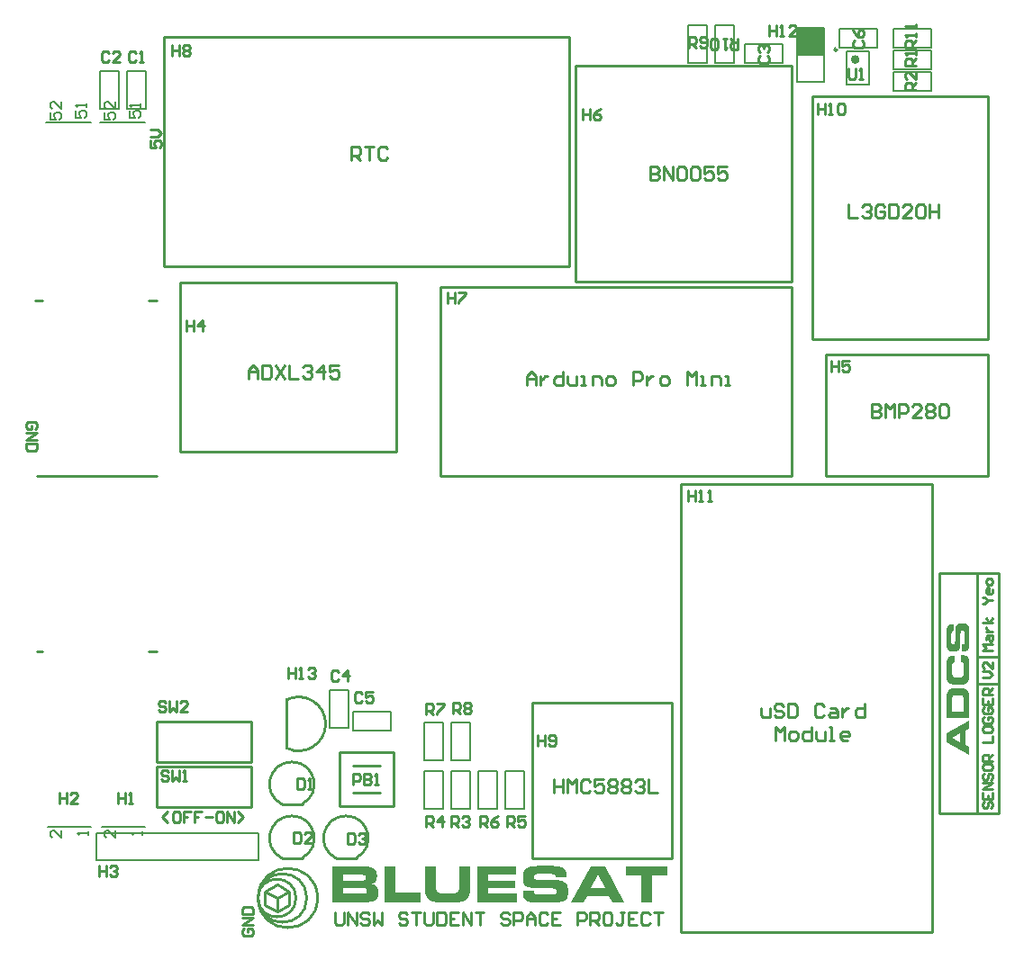
<source format=gto>
G04 Layer_Color=65535*
%FSLAX25Y25*%
%MOIN*%
G70*
G01*
G75*
%ADD15C,0.01000*%
%ADD27C,0.00984*%
%ADD28C,0.01575*%
%ADD29C,0.00800*%
%ADD30C,0.00500*%
%ADD31C,0.00787*%
%ADD32R,0.10000X0.09962*%
G36*
X-186881Y32153D02*
X-197284D01*
Y30029D01*
X-187428D01*
Y27295D01*
X-197284D01*
Y25171D01*
X-186647D01*
Y22000D01*
X-201345D01*
Y35214D01*
X-186881D01*
Y32153D01*
D02*
G37*
G36*
X-172808Y35355D02*
X-172526Y35339D01*
X-172261Y35324D01*
X-172011Y35308D01*
X-171792Y35277D01*
X-171574Y35246D01*
X-171386Y35230D01*
X-171230Y35199D01*
X-171074Y35168D01*
X-170949Y35136D01*
X-170855Y35121D01*
X-170777Y35105D01*
X-170714Y35090D01*
X-170683Y35074D01*
X-170668D01*
X-170308Y34965D01*
X-169996Y34824D01*
X-169730Y34699D01*
X-169527Y34574D01*
X-169355Y34449D01*
X-169231Y34355D01*
X-169168Y34293D01*
X-169137Y34277D01*
X-168949Y34074D01*
X-168809Y33871D01*
X-168684Y33668D01*
X-168606Y33465D01*
X-168543Y33293D01*
X-168496Y33168D01*
X-168465Y33075D01*
Y33059D01*
Y33043D01*
X-168418Y32778D01*
X-168371Y32497D01*
X-168340Y32231D01*
X-168325Y31997D01*
X-168309Y31778D01*
Y31606D01*
Y31544D01*
Y31513D01*
Y31481D01*
Y31466D01*
Y31044D01*
X-172370D01*
Y31294D01*
X-172386Y31388D01*
Y31481D01*
X-172401Y31559D01*
Y31606D01*
X-172417Y31637D01*
Y31653D01*
X-172479Y31825D01*
X-172558Y31966D01*
X-172636Y32044D01*
X-172651Y32075D01*
X-172667D01*
X-172745Y32137D01*
X-172839Y32184D01*
X-173026Y32262D01*
X-173120Y32294D01*
X-173198Y32309D01*
X-173245Y32325D01*
X-173260D01*
X-173417Y32356D01*
X-173589Y32387D01*
X-173776Y32403D01*
X-173948D01*
X-174104Y32419D01*
X-178837D01*
X-179087Y32403D01*
X-179306Y32387D01*
X-179508Y32340D01*
X-179665Y32294D01*
X-179790Y32247D01*
X-179883Y32215D01*
X-179946Y32184D01*
X-179962Y32169D01*
X-180102Y32059D01*
X-180196Y31934D01*
X-180274Y31809D01*
X-180321Y31684D01*
X-180352Y31575D01*
X-180368Y31481D01*
Y31419D01*
Y31388D01*
Y31231D01*
X-180352Y31091D01*
X-180321Y30981D01*
X-180289Y30888D01*
X-180274Y30810D01*
X-180243Y30747D01*
X-180227Y30716D01*
Y30700D01*
X-180165Y30622D01*
X-180071Y30544D01*
X-179852Y30435D01*
X-179759Y30404D01*
X-179665Y30372D01*
X-179602Y30357D01*
X-179587D01*
X-179368Y30325D01*
X-179134Y30294D01*
X-178899Y30263D01*
X-178665Y30247D01*
X-178446D01*
X-178275Y30232D01*
X-177728D01*
X-177306Y30216D01*
X-174698D01*
X-174307Y30200D01*
X-173948D01*
X-173604Y30185D01*
X-173276D01*
X-172979Y30169D01*
X-172714Y30154D01*
X-172479Y30138D01*
X-172276D01*
X-172089Y30122D01*
X-171933Y30107D01*
X-171824D01*
X-171730Y30091D01*
X-171667D01*
X-171386Y30060D01*
X-171136Y30044D01*
X-170886Y29997D01*
X-170652Y29966D01*
X-170449Y29919D01*
X-170246Y29873D01*
X-170074Y29826D01*
X-169918Y29779D01*
X-169762Y29732D01*
X-169637Y29685D01*
X-169543Y29654D01*
X-169449Y29623D01*
X-169387Y29591D01*
X-169340Y29560D01*
X-169309Y29544D01*
X-169293D01*
X-168996Y29357D01*
X-168746Y29154D01*
X-168543Y28951D01*
X-168371Y28748D01*
X-168262Y28560D01*
X-168168Y28404D01*
X-168137Y28342D01*
X-168122Y28295D01*
X-168106Y28279D01*
Y28264D01*
X-167997Y27936D01*
X-167903Y27561D01*
X-167840Y27186D01*
X-167809Y26827D01*
X-167794Y26655D01*
X-167778Y26499D01*
Y26358D01*
X-167762Y26233D01*
Y26139D01*
Y26061D01*
Y26014D01*
Y25999D01*
X-167778Y25515D01*
X-167809Y25093D01*
X-167856Y24734D01*
X-167872Y24562D01*
X-167903Y24421D01*
X-167934Y24281D01*
X-167950Y24171D01*
X-167981Y24078D01*
X-167997Y23999D01*
X-168012Y23921D01*
X-168028Y23874D01*
X-168043Y23859D01*
Y23843D01*
X-168168Y23562D01*
X-168325Y23297D01*
X-168481Y23093D01*
X-168653Y22906D01*
X-168809Y22765D01*
X-168934Y22656D01*
X-169027Y22594D01*
X-169043Y22578D01*
X-169059D01*
X-169355Y22422D01*
X-169668Y22297D01*
X-170012Y22203D01*
X-170324Y22125D01*
X-170621Y22062D01*
X-170746Y22047D01*
X-170839Y22031D01*
X-170933Y22016D01*
X-170996Y22000D01*
X-171058D01*
X-171308Y21969D01*
X-171574Y21953D01*
X-172120Y21922D01*
X-172667Y21891D01*
X-173198Y21875D01*
X-173667D01*
X-173854Y21859D01*
X-179774D01*
X-180227Y21875D01*
X-180633Y21906D01*
X-180821Y21922D01*
X-180977Y21937D01*
X-181133D01*
X-181258Y21953D01*
X-181383Y21969D01*
X-181477Y21984D01*
X-181555D01*
X-181602Y22000D01*
X-181649D01*
X-181992Y22062D01*
X-182320Y22156D01*
X-182586Y22250D01*
X-182820Y22328D01*
X-183007Y22422D01*
X-183148Y22484D01*
X-183226Y22531D01*
X-183257Y22547D01*
X-183476Y22718D01*
X-183648Y22890D01*
X-183804Y23078D01*
X-183945Y23250D01*
X-184038Y23406D01*
X-184101Y23531D01*
X-184148Y23609D01*
X-184163Y23640D01*
X-184257Y23921D01*
X-184319Y24202D01*
X-184382Y24499D01*
X-184413Y24780D01*
X-184429Y25030D01*
Y25140D01*
X-184444Y25233D01*
Y25296D01*
Y25358D01*
Y25390D01*
Y25405D01*
Y26327D01*
X-180383D01*
Y26139D01*
X-180368Y25967D01*
X-180352Y25827D01*
X-180321Y25702D01*
X-180305Y25608D01*
X-180289Y25546D01*
X-180274Y25499D01*
Y25483D01*
X-180180Y25280D01*
X-180071Y25140D01*
X-179977Y25062D01*
X-179962Y25030D01*
X-179946D01*
X-179774Y24937D01*
X-179587Y24874D01*
X-179508Y24859D01*
X-179446D01*
X-179415Y24843D01*
X-179399D01*
X-179134Y24827D01*
X-178899Y24812D01*
X-173432D01*
X-173229Y24827D01*
X-173042D01*
X-172823Y24859D01*
X-172636Y24905D01*
X-172573Y24937D01*
X-172526Y24952D01*
X-172495Y24968D01*
X-172479D01*
X-172308Y25077D01*
X-172183Y25186D01*
X-172120Y25280D01*
X-172089Y25296D01*
Y25311D01*
X-172042Y25405D01*
X-171995Y25499D01*
X-171949Y25702D01*
X-171933Y25780D01*
Y25858D01*
Y25905D01*
Y25921D01*
Y26077D01*
X-171964Y26217D01*
X-171980Y26327D01*
X-172011Y26421D01*
X-172042Y26499D01*
X-172058Y26545D01*
X-172089Y26577D01*
Y26592D01*
X-172167Y26686D01*
X-172276Y26764D01*
X-172386Y26827D01*
X-172511Y26873D01*
X-172636Y26920D01*
X-172730Y26952D01*
X-172792Y26967D01*
X-172823D01*
X-173057Y27014D01*
X-173339Y27045D01*
X-173620Y27077D01*
X-173901Y27092D01*
X-174151Y27108D01*
X-174260D01*
X-174354Y27123D01*
X-174760D01*
X-174994Y27139D01*
X-175510D01*
X-176025Y27155D01*
X-178446D01*
X-178821Y27170D01*
X-179181Y27186D01*
X-179493D01*
X-179805Y27202D01*
X-180071Y27217D01*
X-180321Y27233D01*
X-180540Y27248D01*
X-180743Y27264D01*
X-180899Y27280D01*
X-181039D01*
X-181149Y27295D01*
X-181227Y27311D01*
X-181289D01*
X-181758Y27389D01*
X-182180Y27483D01*
X-182523Y27576D01*
X-182679Y27623D01*
X-182820Y27686D01*
X-182929Y27733D01*
X-183039Y27779D01*
X-183132Y27811D01*
X-183211Y27842D01*
X-183257Y27873D01*
X-183304Y27904D01*
X-183320Y27920D01*
X-183335D01*
X-183570Y28092D01*
X-183773Y28295D01*
X-183929Y28498D01*
X-184054Y28685D01*
X-184132Y28857D01*
X-184195Y28998D01*
X-184226Y29092D01*
X-184241Y29107D01*
Y29123D01*
X-184304Y29435D01*
X-184351Y29763D01*
X-184382Y30107D01*
X-184398Y30419D01*
X-184413Y30700D01*
X-184429Y30810D01*
Y30919D01*
Y31013D01*
Y31075D01*
Y31106D01*
Y31122D01*
Y31450D01*
X-184413Y31762D01*
X-184398Y32044D01*
X-184366Y32294D01*
X-184351Y32497D01*
X-184335Y32653D01*
Y32715D01*
X-184319Y32762D01*
Y32778D01*
Y32793D01*
X-184257Y33075D01*
X-184179Y33340D01*
X-184070Y33559D01*
X-183960Y33762D01*
X-183867Y33918D01*
X-183773Y34043D01*
X-183710Y34106D01*
X-183695Y34137D01*
X-183476Y34340D01*
X-183226Y34512D01*
X-182961Y34668D01*
X-182711Y34793D01*
X-182476Y34887D01*
X-182367Y34933D01*
X-182273Y34965D01*
X-182211Y34996D01*
X-182148Y35012D01*
X-182117Y35027D01*
X-182102D01*
X-181883Y35090D01*
X-181664Y35136D01*
X-181180Y35230D01*
X-180680Y35293D01*
X-180196Y35324D01*
X-179977Y35339D01*
X-179774Y35355D01*
X-179587D01*
X-179415Y35371D01*
X-173120D01*
X-172808Y35355D01*
D02*
G37*
G36*
X-146863Y22000D02*
X-151377D01*
X-152642Y24343D01*
X-160858D01*
X-162045Y22000D01*
X-166575D01*
X-159421Y35214D01*
X-154142D01*
X-146863Y22000D01*
D02*
G37*
G36*
X-130962Y31934D02*
X-136647D01*
Y22000D01*
X-140708D01*
Y31934D01*
X-146410D01*
Y35214D01*
X-130962D01*
Y31934D01*
D02*
G37*
G36*
X-204063Y26702D02*
X-204079Y26249D01*
X-204126Y25827D01*
X-204188Y25436D01*
X-204266Y25077D01*
X-204360Y24749D01*
X-204485Y24452D01*
X-204594Y24171D01*
X-204719Y23937D01*
X-204844Y23718D01*
X-204954Y23531D01*
X-205063Y23390D01*
X-205172Y23250D01*
X-205250Y23156D01*
X-205313Y23093D01*
X-205360Y23046D01*
X-205375Y23031D01*
X-205641Y22828D01*
X-205922Y22640D01*
X-206250Y22484D01*
X-206578Y22359D01*
X-206906Y22234D01*
X-207250Y22141D01*
X-207593Y22062D01*
X-207921Y22000D01*
X-208249Y21953D01*
X-208546Y21922D01*
X-208812Y21891D01*
X-209046Y21875D01*
X-209233D01*
X-209374Y21859D01*
X-215310D01*
X-215825Y21875D01*
X-216294Y21906D01*
X-216731Y21969D01*
X-217137Y22047D01*
X-217512Y22125D01*
X-217856Y22234D01*
X-218152Y22344D01*
X-218418Y22453D01*
X-218668Y22562D01*
X-218871Y22656D01*
X-219043Y22765D01*
X-219183Y22843D01*
X-219293Y22922D01*
X-219371Y22984D01*
X-219418Y23015D01*
X-219433Y23031D01*
X-219668Y23265D01*
X-219855Y23531D01*
X-220027Y23812D01*
X-220183Y24109D01*
X-220308Y24406D01*
X-220417Y24718D01*
X-220495Y25015D01*
X-220573Y25311D01*
X-220620Y25593D01*
X-220667Y25858D01*
X-220683Y26092D01*
X-220714Y26296D01*
Y26467D01*
X-220730Y26592D01*
Y26670D01*
Y26702D01*
Y35214D01*
X-216669D01*
Y27576D01*
Y27342D01*
X-216653Y27139D01*
X-216622Y26936D01*
X-216590Y26764D01*
X-216559Y26592D01*
X-216512Y26452D01*
X-216419Y26202D01*
X-216325Y26014D01*
X-216247Y25889D01*
X-216184Y25811D01*
X-216169Y25780D01*
X-216059Y25686D01*
X-215950Y25608D01*
X-215685Y25468D01*
X-215388Y25374D01*
X-215107Y25311D01*
X-214841Y25280D01*
X-214716Y25265D01*
X-214622D01*
X-214529Y25249D01*
X-210171D01*
X-209952Y25265D01*
X-209765Y25296D01*
X-209593Y25327D01*
X-209436Y25374D01*
X-209296Y25421D01*
X-209046Y25515D01*
X-208874Y25608D01*
X-208734Y25702D01*
X-208671Y25764D01*
X-208640Y25780D01*
X-208546Y25889D01*
X-208468Y26014D01*
X-208343Y26280D01*
X-208249Y26577D01*
X-208187Y26873D01*
X-208156Y27155D01*
X-208140Y27264D01*
X-208124Y27373D01*
Y27451D01*
Y27514D01*
Y27561D01*
Y27576D01*
Y35214D01*
X-204063D01*
Y26702D01*
D02*
G37*
G36*
X-19333Y86235D02*
X-20809Y85438D01*
Y80262D01*
X-19333Y79514D01*
Y76661D01*
X-27657Y81168D01*
Y84493D01*
X-19333Y89079D01*
Y86235D01*
D02*
G37*
G36*
X-21547Y113443D02*
X-21370Y113433D01*
X-21202Y113413D01*
X-21055Y113393D01*
X-20927Y113364D01*
X-20838Y113344D01*
X-20779Y113334D01*
X-20769Y113325D01*
X-20760D01*
X-20592Y113275D01*
X-20445Y113207D01*
X-20307Y113128D01*
X-20189Y113059D01*
X-20100Y112980D01*
X-20022Y112931D01*
X-19982Y112892D01*
X-19963Y112872D01*
X-19844Y112734D01*
X-19736Y112587D01*
X-19648Y112429D01*
X-19569Y112282D01*
X-19510Y112144D01*
X-19470Y112036D01*
X-19451Y111996D01*
X-19441Y111967D01*
X-19431Y111947D01*
Y111937D01*
X-19372Y111701D01*
X-19323Y111435D01*
X-19293Y111179D01*
X-19264Y110933D01*
Y110815D01*
X-19254Y110707D01*
Y110619D01*
X-19244Y110530D01*
Y110461D01*
Y110412D01*
Y110382D01*
Y110373D01*
Y106260D01*
X-19254Y105945D01*
X-19264Y105649D01*
X-19284Y105394D01*
X-19293Y105275D01*
X-19303Y105167D01*
X-19313Y105059D01*
X-19323Y104980D01*
X-19333Y104902D01*
X-19343Y104833D01*
X-19352Y104783D01*
X-19362Y104744D01*
Y104724D01*
Y104715D01*
X-19421Y104469D01*
X-19490Y104242D01*
X-19569Y104045D01*
X-19638Y103878D01*
X-19716Y103740D01*
X-19776Y103642D01*
X-19795Y103603D01*
X-19815Y103573D01*
X-19825Y103563D01*
Y103553D01*
X-19963Y103386D01*
X-20110Y103239D01*
X-20268Y103121D01*
X-20415Y103022D01*
X-20553Y102934D01*
X-20651Y102884D01*
X-20691Y102865D01*
X-20720Y102845D01*
X-20740Y102835D01*
X-20750D01*
X-20986Y102756D01*
X-21232Y102697D01*
X-21478Y102648D01*
X-21724Y102619D01*
X-21832Y102609D01*
X-21930Y102599D01*
X-22019D01*
X-22098Y102589D01*
X-24735D01*
X-25060Y102599D01*
X-25355Y102629D01*
X-25483Y102648D01*
X-25611Y102668D01*
X-25719Y102688D01*
X-25827Y102717D01*
X-25916Y102737D01*
X-25994Y102756D01*
X-26073Y102776D01*
X-26122Y102796D01*
X-26172Y102815D01*
X-26201Y102825D01*
X-26221Y102835D01*
X-26231D01*
X-26437Y102934D01*
X-26624Y103052D01*
X-26782Y103170D01*
X-26919Y103288D01*
X-27018Y103396D01*
X-27097Y103475D01*
X-27136Y103534D01*
X-27156Y103544D01*
Y103553D01*
X-27274Y103740D01*
X-27372Y103937D01*
X-27461Y104134D01*
X-27520Y104311D01*
X-27569Y104478D01*
X-27588Y104547D01*
X-27598Y104596D01*
X-27618Y104646D01*
Y104685D01*
X-27628Y104705D01*
Y104715D01*
X-27667Y104980D01*
X-27707Y105246D01*
X-27726Y105502D01*
X-27736Y105738D01*
X-27746Y105846D01*
Y105945D01*
X-27756Y106033D01*
Y106102D01*
Y106171D01*
Y106210D01*
Y106240D01*
Y106250D01*
Y109261D01*
Y109507D01*
X-27746Y109743D01*
X-27736Y109959D01*
X-27726Y110166D01*
X-27716Y110363D01*
X-27707Y110540D01*
X-27687Y110697D01*
X-27677Y110845D01*
X-27657Y110983D01*
X-27638Y111101D01*
X-27628Y111199D01*
X-27618Y111278D01*
X-27608Y111337D01*
X-27598Y111386D01*
X-27588Y111416D01*
Y111425D01*
X-27520Y111711D01*
X-27441Y111967D01*
X-27352Y112173D01*
X-27264Y112350D01*
X-27185Y112488D01*
X-27116Y112587D01*
X-27077Y112646D01*
X-27057Y112665D01*
X-26910Y112813D01*
X-26752Y112941D01*
X-26595Y113029D01*
X-26437Y113108D01*
X-26300Y113167D01*
X-26191Y113197D01*
X-26152Y113216D01*
X-26122D01*
X-26103Y113226D01*
X-26093D01*
X-25857Y113266D01*
X-25611Y113295D01*
X-25365Y113325D01*
X-25138Y113334D01*
X-25030D01*
X-24932Y113344D01*
X-24617D01*
Y110786D01*
X-24843D01*
X-25001Y110776D01*
X-25128Y110737D01*
X-25237Y110687D01*
X-25315Y110628D01*
X-25384Y110569D01*
X-25424Y110520D01*
X-25443Y110481D01*
X-25453Y110471D01*
X-25512Y110343D01*
X-25552Y110196D01*
X-25581Y110048D01*
X-25601Y109910D01*
X-25611Y109782D01*
X-25620Y109684D01*
Y109644D01*
Y109615D01*
Y109595D01*
Y109585D01*
Y106810D01*
Y106624D01*
X-25601Y106466D01*
X-25581Y106328D01*
X-25561Y106210D01*
X-25542Y106112D01*
X-25522Y106043D01*
X-25512Y106004D01*
X-25502Y105984D01*
X-25453Y105876D01*
X-25404Y105777D01*
X-25345Y105699D01*
X-25296Y105630D01*
X-25247Y105571D01*
X-25207Y105531D01*
X-25178Y105512D01*
X-25168Y105502D01*
X-25079Y105443D01*
X-24991Y105394D01*
X-24912Y105354D01*
X-24824Y105325D01*
X-24755Y105305D01*
X-24696Y105285D01*
X-24656Y105275D01*
X-24646D01*
X-24410Y105246D01*
X-24292Y105226D01*
X-24184D01*
X-24085Y105216D01*
X-22885D01*
X-22737Y105226D01*
X-22610Y105236D01*
X-22491Y105246D01*
X-22403D01*
X-22334Y105256D01*
X-22295Y105266D01*
X-22275D01*
X-22157Y105295D01*
X-22058Y105325D01*
X-21970Y105364D01*
X-21891Y105394D01*
X-21832Y105433D01*
X-21793Y105453D01*
X-21763Y105472D01*
X-21753Y105482D01*
X-21685Y105551D01*
X-21625Y105620D01*
X-21537Y105768D01*
X-21507Y105836D01*
X-21488Y105886D01*
X-21468Y105925D01*
Y105935D01*
X-21439Y106053D01*
X-21419Y106171D01*
X-21399Y106299D01*
X-21389Y106407D01*
Y106515D01*
X-21380Y106594D01*
Y106653D01*
Y106673D01*
Y109398D01*
Y109546D01*
X-21389Y109684D01*
Y109812D01*
X-21399Y109910D01*
Y109999D01*
X-21409Y110058D01*
Y110097D01*
Y110107D01*
X-21429Y110205D01*
X-21448Y110294D01*
X-21478Y110373D01*
X-21507Y110442D01*
X-21527Y110491D01*
X-21547Y110530D01*
X-21566Y110550D01*
Y110560D01*
X-21616Y110619D01*
X-21675Y110678D01*
X-21783Y110756D01*
X-21832Y110786D01*
X-21871Y110806D01*
X-21901Y110815D01*
X-21911D01*
X-21999Y110845D01*
X-22098Y110865D01*
X-22206Y110874D01*
X-22304Y110884D01*
X-22383Y110894D01*
X-22521D01*
Y113452D01*
X-21744D01*
X-21547Y113443D01*
D02*
G37*
G36*
Y125329D02*
X-21281Y125310D01*
X-21055Y125280D01*
X-20946Y125270D01*
X-20858Y125251D01*
X-20769Y125231D01*
X-20700Y125221D01*
X-20641Y125201D01*
X-20592Y125192D01*
X-20543Y125182D01*
X-20514Y125172D01*
X-20504Y125162D01*
X-20494D01*
X-20317Y125083D01*
X-20150Y124985D01*
X-20022Y124887D01*
X-19904Y124778D01*
X-19815Y124680D01*
X-19746Y124601D01*
X-19707Y124542D01*
X-19697Y124532D01*
Y124522D01*
X-19598Y124336D01*
X-19520Y124139D01*
X-19461Y123922D01*
X-19411Y123725D01*
X-19372Y123538D01*
X-19362Y123460D01*
X-19352Y123401D01*
X-19343Y123342D01*
X-19333Y123302D01*
Y123273D01*
Y123263D01*
X-19313Y123106D01*
X-19303Y122938D01*
X-19284Y122594D01*
X-19264Y122249D01*
X-19254Y121915D01*
Y121767D01*
Y121620D01*
X-19244Y121502D01*
Y121393D01*
Y121305D01*
Y121236D01*
Y121197D01*
Y121177D01*
Y118087D01*
Y117772D01*
X-19254Y117487D01*
X-19274Y117231D01*
X-19284Y117113D01*
X-19293Y117015D01*
Y116916D01*
X-19303Y116838D01*
X-19313Y116759D01*
X-19323Y116700D01*
Y116650D01*
X-19333Y116621D01*
Y116601D01*
Y116592D01*
X-19372Y116375D01*
X-19431Y116168D01*
X-19490Y116001D01*
X-19539Y115854D01*
X-19598Y115735D01*
X-19638Y115647D01*
X-19667Y115598D01*
X-19677Y115578D01*
X-19785Y115440D01*
X-19894Y115332D01*
X-20012Y115234D01*
X-20120Y115145D01*
X-20218Y115086D01*
X-20297Y115047D01*
X-20346Y115017D01*
X-20366Y115007D01*
X-20543Y114948D01*
X-20720Y114909D01*
X-20907Y114869D01*
X-21084Y114850D01*
X-21242Y114840D01*
X-21311D01*
X-21370Y114830D01*
X-22058D01*
Y117388D01*
X-21940D01*
X-21832Y117398D01*
X-21744Y117408D01*
X-21665Y117428D01*
X-21606Y117438D01*
X-21566Y117448D01*
X-21537Y117457D01*
X-21527D01*
X-21399Y117516D01*
X-21311Y117585D01*
X-21261Y117644D01*
X-21242Y117654D01*
Y117664D01*
X-21183Y117772D01*
X-21143Y117890D01*
X-21134Y117940D01*
Y117979D01*
X-21124Y117999D01*
Y118008D01*
X-21114Y118176D01*
X-21104Y118323D01*
Y118392D01*
Y118441D01*
Y118481D01*
Y118491D01*
Y121620D01*
Y121767D01*
X-21114Y121895D01*
Y121944D01*
Y121984D01*
Y122003D01*
Y122013D01*
X-21134Y122151D01*
X-21163Y122269D01*
X-21183Y122309D01*
X-21192Y122338D01*
X-21202Y122358D01*
Y122368D01*
X-21271Y122476D01*
X-21340Y122555D01*
X-21399Y122594D01*
X-21409Y122614D01*
X-21419D01*
X-21478Y122643D01*
X-21537Y122673D01*
X-21665Y122702D01*
X-21714Y122712D01*
X-21901D01*
X-21990Y122692D01*
X-22058Y122682D01*
X-22118Y122663D01*
X-22167Y122643D01*
X-22196Y122633D01*
X-22216Y122614D01*
X-22226D01*
X-22285Y122564D01*
X-22334Y122495D01*
X-22373Y122427D01*
X-22403Y122348D01*
X-22432Y122269D01*
X-22452Y122210D01*
X-22462Y122171D01*
Y122151D01*
X-22491Y122003D01*
X-22511Y121826D01*
X-22531Y121649D01*
X-22541Y121472D01*
X-22550Y121315D01*
Y121246D01*
X-22560Y121187D01*
Y121138D01*
Y121098D01*
Y121079D01*
Y121069D01*
Y120931D01*
X-22570Y120783D01*
Y120459D01*
X-22580Y120134D01*
Y119829D01*
Y119681D01*
Y119544D01*
Y119425D01*
Y119327D01*
Y119238D01*
Y119179D01*
Y119130D01*
Y119120D01*
Y118855D01*
Y118609D01*
X-22590Y118372D01*
X-22600Y118146D01*
Y117949D01*
X-22610Y117753D01*
X-22619Y117585D01*
X-22629Y117428D01*
X-22639Y117290D01*
X-22649Y117162D01*
X-22659Y117064D01*
Y116975D01*
X-22669Y116906D01*
X-22678Y116857D01*
Y116828D01*
Y116818D01*
X-22728Y116523D01*
X-22787Y116257D01*
X-22846Y116040D01*
X-22875Y115942D01*
X-22915Y115854D01*
X-22944Y115785D01*
X-22974Y115716D01*
X-22993Y115657D01*
X-23013Y115608D01*
X-23033Y115578D01*
X-23052Y115548D01*
X-23062Y115539D01*
Y115529D01*
X-23170Y115381D01*
X-23298Y115253D01*
X-23426Y115155D01*
X-23544Y115076D01*
X-23652Y115027D01*
X-23741Y114988D01*
X-23800Y114968D01*
X-23810Y114958D01*
X-23820D01*
X-24017Y114919D01*
X-24223Y114889D01*
X-24440Y114869D01*
X-24636Y114860D01*
X-24814Y114850D01*
X-24882Y114840D01*
X-25286D01*
X-25483Y114850D01*
X-25660Y114860D01*
X-25817Y114879D01*
X-25945Y114889D01*
X-26044Y114899D01*
X-26083D01*
X-26112Y114909D01*
X-26132D01*
X-26309Y114948D01*
X-26477Y114997D01*
X-26614Y115066D01*
X-26742Y115135D01*
X-26841Y115194D01*
X-26919Y115253D01*
X-26959Y115293D01*
X-26978Y115302D01*
X-27106Y115440D01*
X-27215Y115598D01*
X-27313Y115765D01*
X-27392Y115922D01*
X-27451Y116070D01*
X-27480Y116139D01*
X-27500Y116198D01*
X-27520Y116237D01*
X-27529Y116277D01*
X-27539Y116296D01*
Y116306D01*
X-27579Y116444D01*
X-27608Y116582D01*
X-27667Y116887D01*
X-27707Y117202D01*
X-27726Y117507D01*
X-27736Y117644D01*
X-27746Y117772D01*
Y117890D01*
X-27756Y117999D01*
Y118077D01*
Y118146D01*
Y118186D01*
Y118195D01*
Y121767D01*
Y121964D01*
X-27746Y122161D01*
X-27736Y122338D01*
X-27726Y122505D01*
X-27716Y122663D01*
X-27697Y122801D01*
X-27677Y122938D01*
X-27667Y123056D01*
X-27648Y123155D01*
X-27628Y123253D01*
X-27608Y123332D01*
X-27598Y123391D01*
X-27588Y123440D01*
X-27579Y123479D01*
X-27569Y123499D01*
Y123509D01*
X-27500Y123735D01*
X-27411Y123932D01*
X-27333Y124099D01*
X-27254Y124227D01*
X-27175Y124336D01*
X-27116Y124414D01*
X-27077Y124454D01*
X-27067Y124473D01*
X-26939Y124591D01*
X-26811Y124680D01*
X-26683Y124759D01*
X-26555Y124808D01*
X-26447Y124847D01*
X-26368Y124877D01*
X-26309Y124896D01*
X-26290D01*
X-26122Y124926D01*
X-25945Y124955D01*
X-25778Y124975D01*
X-25630Y124985D01*
X-25493Y124995D01*
X-25030D01*
Y122436D01*
X-25188D01*
X-25247Y122427D01*
X-25306D01*
X-25355Y122417D01*
X-25384D01*
X-25404Y122407D01*
X-25414D01*
X-25522Y122368D01*
X-25611Y122318D01*
X-25660Y122269D01*
X-25680Y122259D01*
Y122249D01*
X-25719Y122200D01*
X-25748Y122141D01*
X-25798Y122023D01*
X-25817Y121964D01*
X-25827Y121915D01*
X-25837Y121885D01*
Y121876D01*
X-25857Y121777D01*
X-25876Y121669D01*
X-25886Y121551D01*
Y121443D01*
X-25896Y121344D01*
Y121256D01*
Y121206D01*
Y121197D01*
Y121187D01*
Y118363D01*
X-25886Y118205D01*
X-25876Y118068D01*
X-25847Y117940D01*
X-25817Y117841D01*
X-25788Y117762D01*
X-25768Y117703D01*
X-25748Y117664D01*
X-25739Y117654D01*
X-25670Y117566D01*
X-25591Y117507D01*
X-25512Y117457D01*
X-25434Y117428D01*
X-25365Y117408D01*
X-25306Y117398D01*
X-25148D01*
X-25060Y117408D01*
X-24991Y117428D01*
X-24932Y117448D01*
X-24882Y117457D01*
X-24843Y117477D01*
X-24824Y117487D01*
X-24814D01*
X-24764Y117526D01*
X-24715Y117585D01*
X-24646Y117723D01*
X-24627Y117782D01*
X-24607Y117841D01*
X-24597Y117880D01*
Y117890D01*
X-24577Y118028D01*
X-24558Y118176D01*
X-24538Y118323D01*
X-24528Y118471D01*
Y118609D01*
X-24518Y118717D01*
Y118756D01*
Y118786D01*
Y118806D01*
Y118815D01*
Y118933D01*
Y119061D01*
X-24509Y119327D01*
Y119593D01*
Y119849D01*
Y119976D01*
Y120085D01*
Y120183D01*
Y120272D01*
Y120341D01*
Y120390D01*
Y120429D01*
Y120439D01*
Y120714D01*
Y120970D01*
X-24499Y121216D01*
Y121443D01*
X-24489Y121659D01*
Y121866D01*
X-24479Y122053D01*
X-24469Y122220D01*
X-24459Y122368D01*
Y122495D01*
X-24450Y122614D01*
X-24440Y122712D01*
Y122781D01*
X-24430Y122840D01*
Y122869D01*
Y122879D01*
X-24410Y123056D01*
X-24400Y123214D01*
X-24371Y123371D01*
X-24351Y123519D01*
X-24322Y123647D01*
X-24292Y123775D01*
X-24263Y123883D01*
X-24233Y123981D01*
X-24204Y124080D01*
X-24174Y124158D01*
X-24154Y124217D01*
X-24135Y124276D01*
X-24115Y124316D01*
X-24095Y124345D01*
X-24085Y124365D01*
Y124375D01*
X-23967Y124562D01*
X-23840Y124719D01*
X-23712Y124847D01*
X-23584Y124955D01*
X-23466Y125024D01*
X-23367Y125083D01*
X-23328Y125103D01*
X-23298Y125113D01*
X-23288Y125123D01*
X-23279D01*
X-23072Y125192D01*
X-22836Y125251D01*
X-22600Y125290D01*
X-22373Y125310D01*
X-22265Y125320D01*
X-22167Y125329D01*
X-22078D01*
X-21999Y125339D01*
X-21852D01*
X-21547Y125329D01*
D02*
G37*
G36*
X-242473Y35183D02*
X-242113Y35152D01*
X-241817Y35121D01*
X-241676Y35105D01*
X-241551Y35090D01*
X-241458Y35074D01*
X-241364Y35058D01*
X-241301Y35043D01*
X-241254D01*
X-241223Y35027D01*
X-241208D01*
X-240880Y34949D01*
X-240583Y34871D01*
X-240333Y34762D01*
X-240114Y34668D01*
X-239942Y34590D01*
X-239817Y34512D01*
X-239739Y34465D01*
X-239708Y34449D01*
X-239489Y34293D01*
X-239302Y34106D01*
X-239146Y33934D01*
X-239021Y33762D01*
X-238927Y33606D01*
X-238864Y33481D01*
X-238818Y33403D01*
X-238802Y33387D01*
Y33371D01*
X-238708Y33121D01*
X-238630Y32840D01*
X-238583Y32575D01*
X-238537Y32309D01*
X-238521Y32090D01*
X-238505Y31903D01*
Y31841D01*
Y31794D01*
Y31762D01*
Y31747D01*
Y31435D01*
X-238537Y31169D01*
X-238552Y30935D01*
X-238583Y30732D01*
X-238615Y30575D01*
X-238630Y30450D01*
X-238662Y30388D01*
Y30357D01*
X-238724Y30169D01*
X-238786Y29997D01*
X-238849Y29857D01*
X-238911Y29732D01*
X-238974Y29623D01*
X-239021Y29560D01*
X-239052Y29513D01*
X-239068Y29498D01*
X-239271Y29279D01*
X-239474Y29123D01*
X-239567Y29076D01*
X-239630Y29029D01*
X-239677Y29013D01*
X-239692Y28998D01*
X-239958Y28888D01*
X-240099Y28842D01*
X-240224Y28795D01*
X-240317Y28763D01*
X-240395Y28732D01*
X-240458Y28717D01*
X-240473D01*
Y28654D01*
X-240239Y28623D01*
X-240005Y28576D01*
X-239802Y28514D01*
X-239614Y28451D01*
X-239442Y28373D01*
X-239302Y28295D01*
X-239161Y28217D01*
X-239036Y28139D01*
X-238849Y27998D01*
X-238708Y27873D01*
X-238630Y27779D01*
X-238599Y27764D01*
Y27748D01*
X-238505Y27608D01*
X-238412Y27436D01*
X-238271Y27077D01*
X-238177Y26702D01*
X-238099Y26342D01*
X-238068Y26014D01*
X-238052Y25874D01*
Y25749D01*
X-238037Y25640D01*
Y25561D01*
Y25515D01*
Y25499D01*
X-238052Y25108D01*
X-238084Y24765D01*
X-238130Y24452D01*
X-238193Y24202D01*
X-238255Y23999D01*
X-238302Y23843D01*
X-238334Y23749D01*
X-238349Y23734D01*
Y23718D01*
X-238474Y23468D01*
X-238599Y23265D01*
X-238740Y23078D01*
X-238880Y22922D01*
X-239005Y22797D01*
X-239099Y22718D01*
X-239161Y22656D01*
X-239193Y22640D01*
X-239396Y22515D01*
X-239614Y22406D01*
X-239833Y22312D01*
X-240036Y22250D01*
X-240208Y22187D01*
X-240348Y22156D01*
X-240442Y22125D01*
X-240473D01*
X-241036Y22047D01*
X-241301Y22031D01*
X-241551Y22016D01*
X-241770Y22000D01*
X-255000D01*
Y35214D01*
X-242879D01*
X-242473Y35183D01*
D02*
G37*
G36*
X-231554Y25390D02*
X-222448D01*
Y22000D01*
X-235616D01*
Y35214D01*
X-231554D01*
Y25390D01*
D02*
G37*
G36*
X-21950Y101221D02*
X-21694Y101202D01*
X-21468Y101172D01*
X-21281Y101143D01*
X-21192Y101123D01*
X-21124Y101103D01*
X-21055Y101084D01*
X-21006Y101074D01*
X-20966Y101064D01*
X-20937Y101054D01*
X-20917Y101044D01*
X-20907D01*
X-20710Y100966D01*
X-20533Y100877D01*
X-20376Y100779D01*
X-20248Y100680D01*
X-20140Y100592D01*
X-20071Y100523D01*
X-20022Y100474D01*
X-20002Y100454D01*
X-19874Y100296D01*
X-19776Y100119D01*
X-19687Y99942D01*
X-19618Y99775D01*
X-19559Y99617D01*
X-19539Y99558D01*
X-19520Y99499D01*
X-19510Y99450D01*
X-19500Y99421D01*
X-19490Y99401D01*
Y99391D01*
X-19441Y99135D01*
X-19402Y98860D01*
X-19372Y98594D01*
X-19352Y98338D01*
X-19343Y98220D01*
Y98112D01*
Y98023D01*
X-19333Y97935D01*
Y97866D01*
Y97817D01*
Y97787D01*
Y97777D01*
Y90073D01*
X-27657D01*
Y97777D01*
X-27648Y98122D01*
X-27628Y98437D01*
X-27618Y98574D01*
X-27608Y98712D01*
X-27588Y98830D01*
X-27579Y98939D01*
X-27559Y99047D01*
X-27539Y99135D01*
X-27529Y99214D01*
X-27520Y99273D01*
X-27510Y99322D01*
X-27500Y99362D01*
X-27490Y99381D01*
Y99391D01*
X-27421Y99627D01*
X-27343Y99834D01*
X-27264Y100021D01*
X-27175Y100169D01*
X-27097Y100296D01*
X-27038Y100385D01*
X-26998Y100434D01*
X-26978Y100454D01*
X-26841Y100601D01*
X-26693Y100720D01*
X-26546Y100818D01*
X-26398Y100907D01*
X-26270Y100966D01*
X-26162Y101015D01*
X-26132Y101025D01*
X-26103Y101034D01*
X-26083Y101044D01*
X-26073D01*
X-25857Y101103D01*
X-25630Y101153D01*
X-25414Y101182D01*
X-25207Y101212D01*
X-25030Y101221D01*
X-24951D01*
X-24882Y101231D01*
X-22226D01*
X-21950Y101221D01*
D02*
G37*
%LPC*%
G36*
X-156781Y32137D02*
X-159343Y27186D01*
X-154157D01*
X-156781Y32137D01*
D02*
G37*
G36*
X-22600Y84484D02*
X-25719Y82830D01*
X-22600Y81217D01*
Y84484D01*
D02*
G37*
G36*
X-243675Y32044D02*
X-250939D01*
Y29982D01*
X-243769D01*
X-243566Y29997D01*
X-243379Y30013D01*
X-243238Y30044D01*
X-243113Y30091D01*
X-243004Y30138D01*
X-242941Y30169D01*
X-242895Y30185D01*
X-242879Y30200D01*
X-242770Y30310D01*
X-242691Y30419D01*
X-242645Y30560D01*
X-242598Y30685D01*
X-242582Y30810D01*
X-242566Y30903D01*
Y30966D01*
Y30997D01*
X-242582Y31200D01*
X-242613Y31372D01*
X-242660Y31513D01*
X-242723Y31622D01*
X-242785Y31700D01*
X-242832Y31762D01*
X-242863Y31794D01*
X-242879Y31809D01*
X-243004Y31888D01*
X-243144Y31950D01*
X-243301Y31981D01*
X-243441Y32012D01*
X-243566Y32028D01*
X-243675Y32044D01*
D02*
G37*
G36*
X-243566Y27248D02*
X-250939D01*
Y25171D01*
X-243675D01*
X-243441Y25186D01*
X-243238Y25202D01*
X-243051Y25233D01*
X-242895Y25265D01*
X-242770Y25296D01*
X-242691Y25327D01*
X-242629Y25358D01*
X-242613D01*
X-242473Y25452D01*
X-242379Y25561D01*
X-242301Y25686D01*
X-242254Y25827D01*
X-242223Y25936D01*
X-242207Y26046D01*
Y26108D01*
Y26139D01*
X-242223Y26374D01*
X-242270Y26561D01*
X-242332Y26717D01*
X-242410Y26842D01*
X-242488Y26920D01*
X-242551Y26983D01*
X-242598Y27014D01*
X-242613Y27030D01*
X-242770Y27108D01*
X-242957Y27155D01*
X-243129Y27202D01*
X-243301Y27217D01*
X-243441Y27233D01*
X-243566Y27248D01*
D02*
G37*
G36*
X-22806Y98673D02*
X-24243D01*
X-24390Y98663D01*
X-24518Y98643D01*
X-24627Y98633D01*
X-24705Y98614D01*
X-24774Y98594D01*
X-24814Y98584D01*
X-24824D01*
X-24932Y98545D01*
X-25020Y98506D01*
X-25099Y98466D01*
X-25158Y98417D01*
X-25207Y98378D01*
X-25247Y98348D01*
X-25266Y98328D01*
X-25276Y98319D01*
X-25335Y98250D01*
X-25384Y98171D01*
X-25453Y98014D01*
X-25483Y97945D01*
X-25502Y97895D01*
X-25512Y97856D01*
Y97846D01*
X-25542Y97738D01*
X-25561Y97620D01*
X-25571Y97502D01*
X-25581Y97394D01*
X-25591Y97295D01*
Y97216D01*
Y97167D01*
Y97148D01*
Y92631D01*
X-21468D01*
Y97148D01*
Y97295D01*
X-21478Y97433D01*
X-21488Y97551D01*
X-21507Y97650D01*
X-21517Y97738D01*
X-21527Y97797D01*
X-21537Y97836D01*
Y97846D01*
X-21566Y97954D01*
X-21606Y98043D01*
X-21635Y98122D01*
X-21675Y98191D01*
X-21714Y98250D01*
X-21734Y98289D01*
X-21753Y98309D01*
X-21763Y98319D01*
X-21832Y98378D01*
X-21901Y98437D01*
X-22049Y98515D01*
X-22118Y98545D01*
X-22167Y98565D01*
X-22206Y98584D01*
X-22216D01*
X-22334Y98614D01*
X-22462Y98633D01*
X-22580Y98653D01*
X-22698Y98663D01*
X-22806Y98673D01*
D02*
G37*
%LPD*%
D15*
X-271972Y79056D02*
G03*
X-271972Y96944I4472J8944D01*
G01*
X-266176Y58339D02*
G03*
X-273851Y58353I-3824J7330D01*
G01*
X-246176Y38339D02*
G03*
X-253851Y38353I-3824J7330D01*
G01*
X-266176Y38339D02*
G03*
X-273851Y38353I-3824J7330D01*
G01*
X-260500Y23500D02*
G03*
X-260500Y23500I-11000J0D01*
G01*
X-264500D02*
G03*
X-264500Y23500I-9000J0D01*
G01*
X-268500D02*
G03*
X-268500Y23500I-7000J0D01*
G01*
X-271972Y79056D02*
Y96944D01*
X-12500Y180000D02*
Y225000D01*
X-72500D02*
X-12500D01*
X-72500Y180000D02*
X-12500D01*
X-72500D02*
Y225000D01*
X-12500Y230500D02*
Y320500D01*
X-77500D02*
X-12500D01*
X-77500Y230500D02*
X-12500D01*
X-77500D02*
Y320500D01*
X-181063Y96012D02*
X-129488D01*
X-181063Y38138D02*
Y96012D01*
X-129488Y38138D02*
Y96012D01*
X-181063Y38138D02*
X-129488D01*
X-33000Y11000D02*
Y177000D01*
X-126000D02*
X-33000D01*
X-126000Y11000D02*
X-33000D01*
X-126000D02*
Y177000D01*
X-85000Y180000D02*
Y250000D01*
X-215000D02*
X-85000D01*
X-215000Y180000D02*
X-85000D01*
X-215000D02*
Y250000D01*
X-311500Y251500D02*
X-231500D01*
X-311500Y189000D02*
Y251500D01*
X-231500Y189000D02*
Y251500D01*
X-311500Y189000D02*
X-231500D01*
X-85000Y252000D02*
Y332000D01*
X-165000D02*
X-85000D01*
X-165000Y252000D02*
X-85000D01*
X-165000D02*
Y332000D01*
X-167500Y257500D02*
Y342500D01*
X-317500D02*
X-167500D01*
X-317500Y257500D02*
X-167500D01*
X-317500D02*
Y342500D01*
X-273851Y58353D02*
X-266176Y58339D01*
X-247500Y72500D02*
X-237500D01*
X-232500Y57500D02*
Y77500D01*
X-247500Y62500D02*
X-237500D01*
X-252500Y77500D02*
X-232500D01*
X-252500Y57500D02*
Y77500D01*
Y57500D02*
X-232500D01*
X-253851Y38353D02*
X-246176Y38339D01*
X-273851Y38353D02*
X-266176Y38339D01*
X-280000Y26000D02*
X-275500Y28500D01*
X-271000Y26000D01*
X-275500Y23500D02*
X-271000Y26000D01*
Y21000D02*
Y26000D01*
X-280000Y21000D02*
Y26000D01*
X-275500Y23500D01*
Y18500D02*
X-271000Y21000D01*
X-280000D02*
X-275500Y18500D01*
Y23500D01*
X-30500Y55000D02*
Y144000D01*
X-8500D01*
X-16500Y113000D02*
X-8500D01*
Y55000D02*
Y144000D01*
X-30500Y55000D02*
X-8500D01*
X-16500D02*
Y144000D01*
X-364500Y180000D02*
X-320000D01*
X-365000Y245000D02*
X-362500D01*
X-323000D02*
X-320000D01*
X-364500Y115000D02*
X-362500D01*
X-323000D02*
X-320000D01*
X-16500Y103000D02*
X-8500D01*
X-320000Y57200D02*
X-285000D01*
X-320000D02*
Y72200D01*
X-285000D01*
Y57200D02*
Y72200D01*
X-320000Y74000D02*
X-285000D01*
X-320000D02*
Y89000D01*
X-285000D01*
Y74000D02*
Y89000D01*
X-55500Y206498D02*
Y201500D01*
X-53001D01*
X-52168Y202333D01*
Y203166D01*
X-53001Y203999D01*
X-55500D01*
X-53001D01*
X-52168Y204832D01*
Y205665D01*
X-53001Y206498D01*
X-55500D01*
X-50502Y201500D02*
Y206498D01*
X-48836Y204832D01*
X-47169Y206498D01*
Y201500D01*
X-45503D02*
Y206498D01*
X-43004D01*
X-42171Y205665D01*
Y203999D01*
X-43004Y203166D01*
X-45503D01*
X-37173Y201500D02*
X-40505D01*
X-37173Y204832D01*
Y205665D01*
X-38006Y206498D01*
X-39672D01*
X-40505Y205665D01*
X-35506D02*
X-34673Y206498D01*
X-33007D01*
X-32174Y205665D01*
Y204832D01*
X-33007Y203999D01*
X-32174Y203166D01*
Y202333D01*
X-33007Y201500D01*
X-34673D01*
X-35506Y202333D01*
Y203166D01*
X-34673Y203999D01*
X-35506Y204832D01*
Y205665D01*
X-34673Y203999D02*
X-33007D01*
X-30508Y205665D02*
X-29675Y206498D01*
X-28009D01*
X-27176Y205665D01*
Y202333D01*
X-28009Y201500D01*
X-29675D01*
X-30508Y202333D01*
Y205665D01*
X-96500Y93730D02*
Y91231D01*
X-95667Y90398D01*
X-93168D01*
Y93730D01*
X-88169Y94563D02*
X-89002Y95396D01*
X-90669D01*
X-91502Y94563D01*
Y93730D01*
X-90669Y92897D01*
X-89002D01*
X-88169Y92064D01*
Y91231D01*
X-89002Y90398D01*
X-90669D01*
X-91502Y91231D01*
X-86503Y95396D02*
Y90398D01*
X-84004D01*
X-83171Y91231D01*
Y94563D01*
X-84004Y95396D01*
X-86503D01*
X-73174Y94563D02*
X-74007Y95396D01*
X-75673D01*
X-76507Y94563D01*
Y91231D01*
X-75673Y90398D01*
X-74007D01*
X-73174Y91231D01*
X-70675Y93730D02*
X-69009D01*
X-68176Y92897D01*
Y90398D01*
X-70675D01*
X-71508Y91231D01*
X-70675Y92064D01*
X-68176D01*
X-66510Y93730D02*
Y90398D01*
Y92064D01*
X-65677Y92897D01*
X-64844Y93730D01*
X-64011D01*
X-58179Y95396D02*
Y90398D01*
X-60678D01*
X-61511Y91231D01*
Y92897D01*
X-60678Y93730D01*
X-58179D01*
X-91085Y82000D02*
Y86998D01*
X-89419Y85332D01*
X-87753Y86998D01*
Y82000D01*
X-85254D02*
X-83587D01*
X-82754Y82833D01*
Y84499D01*
X-83587Y85332D01*
X-85254D01*
X-86087Y84499D01*
Y82833D01*
X-85254Y82000D01*
X-77756Y86998D02*
Y82000D01*
X-80255D01*
X-81088Y82833D01*
Y84499D01*
X-80255Y85332D01*
X-77756D01*
X-76090D02*
Y82833D01*
X-75257Y82000D01*
X-72758D01*
Y85332D01*
X-71092Y82000D02*
X-69425D01*
X-70258D01*
Y86998D01*
X-71092D01*
X-64427Y82000D02*
X-66093D01*
X-66926Y82833D01*
Y84499D01*
X-66093Y85332D01*
X-64427D01*
X-63594Y84499D01*
Y83666D01*
X-66926D01*
X-10751Y115088D02*
X-14249D01*
X-13083Y116254D01*
X-14249Y117420D01*
X-10751D01*
X-13083Y119170D02*
Y120336D01*
X-12500Y120919D01*
X-10751D01*
Y119170D01*
X-11334Y118587D01*
X-11917Y119170D01*
Y120919D01*
X-13083Y122085D02*
X-10751D01*
X-11917D01*
X-12500Y122669D01*
X-13083Y123252D01*
Y123835D01*
X-10751Y125584D02*
X-14249D01*
X-11917D02*
X-13083Y127334D01*
X-11917Y125584D02*
X-10751Y127334D01*
X-14249Y132582D02*
X-13666D01*
X-12500Y133748D01*
X-13666Y134915D01*
X-14249D01*
X-12500Y133748D02*
X-10751D01*
Y137830D02*
Y136664D01*
X-11334Y136081D01*
X-12500D01*
X-13083Y136664D01*
Y137830D01*
X-12500Y138414D01*
X-11917D01*
Y136081D01*
X-10751Y140163D02*
Y141329D01*
X-11334Y141912D01*
X-12500D01*
X-13083Y141329D01*
Y140163D01*
X-12500Y139580D01*
X-11334D01*
X-10751Y140163D01*
X-13666Y59173D02*
X-14249Y58590D01*
Y57424D01*
X-13666Y56840D01*
X-13083D01*
X-12500Y57424D01*
Y58590D01*
X-11917Y59173D01*
X-11334D01*
X-10751Y58590D01*
Y57424D01*
X-11334Y56840D01*
X-14249Y62672D02*
Y60339D01*
X-10751D01*
Y62672D01*
X-12500Y60339D02*
Y61506D01*
X-10751Y63838D02*
X-14249D01*
X-10751Y66171D01*
X-14249D01*
X-13666Y69670D02*
X-14249Y69086D01*
Y67920D01*
X-13666Y67337D01*
X-13083D01*
X-12500Y67920D01*
Y69086D01*
X-11917Y69670D01*
X-11334D01*
X-10751Y69086D01*
Y67920D01*
X-11334Y67337D01*
X-14249Y72585D02*
Y71419D01*
X-13666Y70836D01*
X-11334D01*
X-10751Y71419D01*
Y72585D01*
X-11334Y73169D01*
X-13666D01*
X-14249Y72585D01*
X-10751Y74335D02*
X-14249D01*
Y76084D01*
X-13666Y76667D01*
X-12500D01*
X-11917Y76084D01*
Y74335D01*
Y75501D02*
X-10751Y76667D01*
X-14249Y81333D02*
X-10751D01*
Y83665D01*
X-14249Y86581D02*
Y85415D01*
X-13666Y84831D01*
X-11334D01*
X-10751Y85415D01*
Y86581D01*
X-11334Y87164D01*
X-13666D01*
X-14249Y86581D01*
X-13666Y90663D02*
X-14249Y90080D01*
Y88914D01*
X-13666Y88330D01*
X-11334D01*
X-10751Y88914D01*
Y90080D01*
X-11334Y90663D01*
X-12500D01*
Y89497D01*
X-13666Y94162D02*
X-14249Y93579D01*
Y92412D01*
X-13666Y91829D01*
X-11334D01*
X-10751Y92412D01*
Y93579D01*
X-11334Y94162D01*
X-12500D01*
Y92996D01*
X-14249Y97661D02*
Y95328D01*
X-10751D01*
Y97661D01*
X-12500Y95328D02*
Y96494D01*
X-10751Y98827D02*
X-14249D01*
Y100576D01*
X-13666Y101160D01*
X-12500D01*
X-11917Y100576D01*
Y98827D01*
Y99993D02*
X-10751Y101160D01*
X-14249Y105084D02*
X-11917D01*
X-10751Y106251D01*
X-11917Y107417D01*
X-14249D01*
X-10751Y110916D02*
Y108583D01*
X-13083Y110916D01*
X-13666D01*
X-14249Y110333D01*
Y109166D01*
X-13666Y108583D01*
X-271500Y108899D02*
Y104900D01*
Y106899D01*
X-268834D01*
Y108899D01*
Y104900D01*
X-267501D02*
X-266168D01*
X-266835D01*
Y108899D01*
X-267501Y108232D01*
X-264169D02*
X-263503Y108899D01*
X-262170D01*
X-261503Y108232D01*
Y107566D01*
X-262170Y106899D01*
X-262836D01*
X-262170D01*
X-261503Y106233D01*
Y105567D01*
X-262170Y104900D01*
X-263503D01*
X-264169Y105567D01*
X-244034Y99132D02*
X-244701Y99799D01*
X-246034D01*
X-246700Y99132D01*
Y96466D01*
X-246034Y95800D01*
X-244701D01*
X-244034Y96466D01*
X-240036Y99799D02*
X-242701D01*
Y97799D01*
X-241368Y98466D01*
X-240702D01*
X-240036Y97799D01*
Y96466D01*
X-240702Y95800D01*
X-242035D01*
X-242701Y96466D01*
X-252634Y107132D02*
X-253301Y107799D01*
X-254634D01*
X-255300Y107132D01*
Y104466D01*
X-254634Y103800D01*
X-253301D01*
X-252634Y104466D01*
X-249302Y103800D02*
Y107799D01*
X-251301Y105799D01*
X-248636D01*
X-337634Y336532D02*
X-338301Y337199D01*
X-339634D01*
X-340300Y336532D01*
Y333866D01*
X-339634Y333200D01*
X-338301D01*
X-337634Y333866D01*
X-333635Y333200D02*
X-336301D01*
X-333635Y335866D01*
Y336532D01*
X-334302Y337199D01*
X-335635D01*
X-336301Y336532D01*
X-327634D02*
X-328301Y337199D01*
X-329634D01*
X-330300Y336532D01*
Y333866D01*
X-329634Y333200D01*
X-328301D01*
X-327634Y333866D01*
X-326301Y333200D02*
X-324968D01*
X-325635D01*
Y337199D01*
X-326301Y336532D01*
X-210300Y91800D02*
Y95799D01*
X-208301D01*
X-207634Y95132D01*
Y93799D01*
X-208301Y93133D01*
X-210300D01*
X-208967D02*
X-207634Y91800D01*
X-206301Y95132D02*
X-205635Y95799D01*
X-204302D01*
X-203636Y95132D01*
Y94466D01*
X-204302Y93799D01*
X-203636Y93133D01*
Y92466D01*
X-204302Y91800D01*
X-205635D01*
X-206301Y92466D01*
Y93133D01*
X-205635Y93799D01*
X-206301Y94466D01*
Y95132D01*
X-205635Y93799D02*
X-204302D01*
X-220500Y91500D02*
Y95499D01*
X-218501D01*
X-217834Y94832D01*
Y93499D01*
X-218501Y92833D01*
X-220500D01*
X-219167D02*
X-217834Y91500D01*
X-216501Y95499D02*
X-213836D01*
Y94832D01*
X-216501Y92166D01*
Y91500D01*
X-200500Y50000D02*
Y53999D01*
X-198501D01*
X-197834Y53332D01*
Y51999D01*
X-198501Y51333D01*
X-200500D01*
X-199167D02*
X-197834Y50000D01*
X-193835Y53999D02*
X-195168Y53332D01*
X-196501Y51999D01*
Y50666D01*
X-195835Y50000D01*
X-194502D01*
X-193835Y50666D01*
Y51333D01*
X-194502Y51999D01*
X-196501D01*
X-190500Y50000D02*
Y53999D01*
X-188501D01*
X-187834Y53332D01*
Y51999D01*
X-188501Y51333D01*
X-190500D01*
X-189167D02*
X-187834Y50000D01*
X-183835Y53999D02*
X-186501D01*
Y51999D01*
X-185168Y52666D01*
X-184502D01*
X-183835Y51999D01*
Y50666D01*
X-184502Y50000D01*
X-185835D01*
X-186501Y50666D01*
X-220500Y50000D02*
Y53999D01*
X-218501D01*
X-217834Y53332D01*
Y51999D01*
X-218501Y51333D01*
X-220500D01*
X-219167D02*
X-217834Y50000D01*
X-214502D02*
Y53999D01*
X-216501Y51999D01*
X-213836D01*
X-211000Y50000D02*
Y53999D01*
X-209001D01*
X-208334Y53332D01*
Y51999D01*
X-209001Y51333D01*
X-211000D01*
X-209667D02*
X-208334Y50000D01*
X-207001Y53332D02*
X-206335Y53999D01*
X-205002D01*
X-204335Y53332D01*
Y52666D01*
X-205002Y51999D01*
X-205668D01*
X-205002D01*
X-204335Y51333D01*
Y50666D01*
X-205002Y50000D01*
X-206335D01*
X-207001Y50666D01*
X-39000Y323000D02*
X-42999D01*
Y324999D01*
X-42332Y325666D01*
X-40999D01*
X-40333Y324999D01*
Y323000D01*
Y324333D02*
X-39000Y325666D01*
Y329664D02*
Y326999D01*
X-41666Y329664D01*
X-42332D01*
X-42999Y328998D01*
Y327665D01*
X-42332Y326999D01*
X-39000Y332000D02*
X-42999D01*
Y333999D01*
X-42332Y334666D01*
X-40999D01*
X-40333Y333999D01*
Y332000D01*
Y333333D02*
X-39000Y334666D01*
Y335999D02*
Y337332D01*
Y336665D01*
X-42999D01*
X-42332Y335999D01*
X-334500Y62499D02*
Y58500D01*
Y60499D01*
X-331834D01*
Y62499D01*
Y58500D01*
X-330501D02*
X-329168D01*
X-329835D01*
Y62499D01*
X-330501Y61832D01*
X-356000Y62499D02*
Y58500D01*
Y60499D01*
X-353334D01*
Y62499D01*
Y58500D01*
X-349336D02*
X-352001D01*
X-349336Y61166D01*
Y61832D01*
X-350002Y62499D01*
X-351335D01*
X-352001Y61832D01*
X-268000Y67999D02*
Y64000D01*
X-266001D01*
X-265334Y64666D01*
Y67332D01*
X-266001Y67999D01*
X-268000D01*
X-264001Y64000D02*
X-262668D01*
X-263335D01*
Y67999D01*
X-264001Y67332D01*
X-269500Y47999D02*
Y44000D01*
X-267501D01*
X-266834Y44666D01*
Y47332D01*
X-267501Y47999D01*
X-269500D01*
X-262836Y44000D02*
X-265501D01*
X-262836Y46666D01*
Y47332D01*
X-263502Y47999D01*
X-264835D01*
X-265501Y47332D01*
X-249500Y47499D02*
Y43500D01*
X-247501D01*
X-246834Y44166D01*
Y46832D01*
X-247501Y47499D01*
X-249500D01*
X-245501Y46832D02*
X-244835Y47499D01*
X-243502D01*
X-242835Y46832D01*
Y46166D01*
X-243502Y45499D01*
X-244168D01*
X-243502D01*
X-242835Y44833D01*
Y44166D01*
X-243502Y43500D01*
X-244835D01*
X-245501Y44166D01*
X-309000Y237499D02*
Y233500D01*
Y235499D01*
X-306334D01*
Y237499D01*
Y233500D01*
X-303002D02*
Y237499D01*
X-305001Y235499D01*
X-302336D01*
X-70500Y222499D02*
Y218500D01*
Y220499D01*
X-67834D01*
Y222499D01*
Y218500D01*
X-63836Y222499D02*
X-66501D01*
Y220499D01*
X-65168Y221166D01*
X-64502D01*
X-63836Y220499D01*
Y219166D01*
X-64502Y218500D01*
X-65835D01*
X-66501Y219166D01*
X-212500Y247999D02*
Y244000D01*
Y245999D01*
X-209834D01*
Y247999D01*
Y244000D01*
X-208501Y247999D02*
X-205836D01*
Y247332D01*
X-208501Y244666D01*
Y244000D01*
X-162500Y315999D02*
Y312000D01*
Y313999D01*
X-159834D01*
Y315999D01*
Y312000D01*
X-155835Y315999D02*
X-157168Y315332D01*
X-158501Y313999D01*
Y312666D01*
X-157835Y312000D01*
X-156502D01*
X-155835Y312666D01*
Y313333D01*
X-156502Y313999D01*
X-158501D01*
X-314500Y339499D02*
Y335500D01*
Y337499D01*
X-311834D01*
Y339499D01*
Y335500D01*
X-310501Y338832D02*
X-309835Y339499D01*
X-308502D01*
X-307836Y338832D01*
Y338166D01*
X-308502Y337499D01*
X-307836Y336833D01*
Y336166D01*
X-308502Y335500D01*
X-309835D01*
X-310501Y336166D01*
Y336833D01*
X-309835Y337499D01*
X-310501Y338166D01*
Y338832D01*
X-309835Y337499D02*
X-308502D01*
X-179000Y83999D02*
Y80000D01*
Y81999D01*
X-176334D01*
Y83999D01*
Y80000D01*
X-175001Y80666D02*
X-174335Y80000D01*
X-173002D01*
X-172336Y80666D01*
Y83332D01*
X-173002Y83999D01*
X-174335D01*
X-175001Y83332D01*
Y82666D01*
X-174335Y81999D01*
X-172336D01*
X-75500Y317999D02*
Y314000D01*
Y315999D01*
X-72834D01*
Y317999D01*
Y314000D01*
X-71501D02*
X-70168D01*
X-70835D01*
Y317999D01*
X-71501Y317332D01*
X-68169D02*
X-67503Y317999D01*
X-66170D01*
X-65503Y317332D01*
Y314666D01*
X-66170Y314000D01*
X-67503D01*
X-68169Y314666D01*
Y317332D01*
X-123500Y174499D02*
Y170500D01*
Y172499D01*
X-120834D01*
Y174499D01*
Y170500D01*
X-119501D02*
X-118168D01*
X-118835D01*
Y174499D01*
X-119501Y173832D01*
X-116169Y170500D02*
X-114836D01*
X-115503D01*
Y174499D01*
X-116169Y173832D01*
X-315834Y70332D02*
X-316501Y70999D01*
X-317834D01*
X-318500Y70332D01*
Y69666D01*
X-317834Y68999D01*
X-316501D01*
X-315834Y68333D01*
Y67666D01*
X-316501Y67000D01*
X-317834D01*
X-318500Y67666D01*
X-314501Y70999D02*
Y67000D01*
X-313168Y68333D01*
X-311836Y67000D01*
Y70999D01*
X-310503Y67000D02*
X-309170D01*
X-309836D01*
Y70999D01*
X-310503Y70332D01*
X-247500Y65500D02*
Y69499D01*
X-245501D01*
X-244834Y68832D01*
Y67499D01*
X-245501Y66833D01*
X-247500D01*
X-243501Y69499D02*
Y65500D01*
X-241502D01*
X-240835Y66166D01*
Y66833D01*
X-241502Y67499D01*
X-243501D01*
X-241502D01*
X-240835Y68166D01*
Y68832D01*
X-241502Y69499D01*
X-243501D01*
X-239503Y65500D02*
X-238170D01*
X-238836D01*
Y69499D01*
X-239503Y68832D01*
X-341500Y35499D02*
Y31500D01*
Y33499D01*
X-338834D01*
Y35499D01*
Y31500D01*
X-337501Y34832D02*
X-336835Y35499D01*
X-335502D01*
X-334836Y34832D01*
Y34166D01*
X-335502Y33499D01*
X-336168D01*
X-335502D01*
X-334836Y32833D01*
Y32166D01*
X-335502Y31500D01*
X-336835D01*
X-337501Y32166D01*
X-96832Y335666D02*
X-97499Y334999D01*
Y333666D01*
X-96832Y333000D01*
X-94166D01*
X-93500Y333666D01*
Y334999D01*
X-94166Y335666D01*
X-96832Y336999D02*
X-97499Y337665D01*
Y338998D01*
X-96832Y339665D01*
X-96166D01*
X-95499Y338998D01*
Y338332D01*
Y338998D01*
X-94833Y339665D01*
X-94166D01*
X-93500Y338998D01*
Y337665D01*
X-94166Y336999D01*
X-61832Y341166D02*
X-62499Y340499D01*
Y339166D01*
X-61832Y338500D01*
X-59166D01*
X-58500Y339166D01*
Y340499D01*
X-59166Y341166D01*
X-62499Y345164D02*
X-61832Y343832D01*
X-60499Y342499D01*
X-59166D01*
X-58500Y343165D01*
Y344498D01*
X-59166Y345164D01*
X-59833D01*
X-60499Y344498D01*
Y342499D01*
X-123000Y338500D02*
Y342499D01*
X-121001D01*
X-120334Y341832D01*
Y340499D01*
X-121001Y339833D01*
X-123000D01*
X-121667D02*
X-120334Y338500D01*
X-119001Y339166D02*
X-118335Y338500D01*
X-117002D01*
X-116335Y339166D01*
Y341832D01*
X-117002Y342499D01*
X-118335D01*
X-119001Y341832D01*
Y341166D01*
X-118335Y340499D01*
X-116335D01*
X-105000Y342000D02*
Y338001D01*
X-106999D01*
X-107666Y338668D01*
Y340001D01*
X-106999Y340667D01*
X-105000D01*
X-106333D02*
X-107666Y342000D01*
X-108999D02*
X-110332D01*
X-109665D01*
Y338001D01*
X-108999Y338668D01*
X-112331D02*
X-112997Y338001D01*
X-114330D01*
X-114997Y338668D01*
Y341334D01*
X-114330Y342000D01*
X-112997D01*
X-112331Y341334D01*
Y338668D01*
X-39000Y338500D02*
X-42999D01*
Y340499D01*
X-42332Y341166D01*
X-40999D01*
X-40333Y340499D01*
Y338500D01*
Y339833D02*
X-39000Y341166D01*
Y342499D02*
Y343832D01*
Y343165D01*
X-42999D01*
X-42332Y342499D01*
X-39000Y345831D02*
Y347164D01*
Y346497D01*
X-42999D01*
X-42332Y345831D01*
X-64000Y330999D02*
Y327666D01*
X-63334Y327000D01*
X-62001D01*
X-61334Y327666D01*
Y330999D01*
X-60001Y327000D02*
X-58668D01*
X-59335D01*
Y330999D01*
X-60001Y330332D01*
X-93500Y346999D02*
Y343000D01*
Y344999D01*
X-90834D01*
Y346999D01*
Y343000D01*
X-89501D02*
X-88168D01*
X-88835D01*
Y346999D01*
X-89501Y346332D01*
X-83503Y343000D02*
X-86169D01*
X-83503Y345666D01*
Y346332D01*
X-84170Y346999D01*
X-85503D01*
X-86169Y346332D01*
X-316834Y95832D02*
X-317501Y96499D01*
X-318834D01*
X-319500Y95832D01*
Y95166D01*
X-318834Y94499D01*
X-317501D01*
X-316834Y93833D01*
Y93166D01*
X-317501Y92500D01*
X-318834D01*
X-319500Y93166D01*
X-315501Y96499D02*
Y92500D01*
X-314168Y93833D01*
X-312836Y92500D01*
Y96499D01*
X-308837Y92500D02*
X-311503D01*
X-308837Y95166D01*
Y95832D01*
X-309503Y96499D01*
X-310836D01*
X-311503Y95832D01*
X-64000Y280498D02*
Y275500D01*
X-60668D01*
X-59002Y279665D02*
X-58169Y280498D01*
X-56502D01*
X-55669Y279665D01*
Y278832D01*
X-56502Y277999D01*
X-57336D01*
X-56502D01*
X-55669Y277166D01*
Y276333D01*
X-56502Y275500D01*
X-58169D01*
X-59002Y276333D01*
X-50671Y279665D02*
X-51504Y280498D01*
X-53170D01*
X-54003Y279665D01*
Y276333D01*
X-53170Y275500D01*
X-51504D01*
X-50671Y276333D01*
Y277999D01*
X-52337D01*
X-49005Y280498D02*
Y275500D01*
X-46506D01*
X-45673Y276333D01*
Y279665D01*
X-46506Y280498D01*
X-49005D01*
X-40674Y275500D02*
X-44006D01*
X-40674Y278832D01*
Y279665D01*
X-41507Y280498D01*
X-43173D01*
X-44006Y279665D01*
X-39008D02*
X-38175Y280498D01*
X-36509D01*
X-35676Y279665D01*
Y276333D01*
X-36509Y275500D01*
X-38175D01*
X-39008Y276333D01*
Y279665D01*
X-34010Y280498D02*
Y275500D01*
Y277999D01*
X-30678D01*
Y280498D01*
Y275500D01*
X-173000Y67498D02*
Y62500D01*
Y64999D01*
X-169668D01*
Y67498D01*
Y62500D01*
X-168002D02*
Y67498D01*
X-166335Y65832D01*
X-164669Y67498D01*
Y62500D01*
X-159671Y66665D02*
X-160504Y67498D01*
X-162170D01*
X-163003Y66665D01*
Y63333D01*
X-162170Y62500D01*
X-160504D01*
X-159671Y63333D01*
X-154673Y67498D02*
X-158005D01*
Y64999D01*
X-156339Y65832D01*
X-155506D01*
X-154673Y64999D01*
Y63333D01*
X-155506Y62500D01*
X-157172D01*
X-158005Y63333D01*
X-153006Y66665D02*
X-152173Y67498D01*
X-150507D01*
X-149674Y66665D01*
Y65832D01*
X-150507Y64999D01*
X-149674Y64166D01*
Y63333D01*
X-150507Y62500D01*
X-152173D01*
X-153006Y63333D01*
Y64166D01*
X-152173Y64999D01*
X-153006Y65832D01*
Y66665D01*
X-152173Y64999D02*
X-150507D01*
X-148008Y66665D02*
X-147175Y67498D01*
X-145509D01*
X-144676Y66665D01*
Y65832D01*
X-145509Y64999D01*
X-144676Y64166D01*
Y63333D01*
X-145509Y62500D01*
X-147175D01*
X-148008Y63333D01*
Y64166D01*
X-147175Y64999D01*
X-148008Y65832D01*
Y66665D01*
X-147175Y64999D02*
X-145509D01*
X-143010Y66665D02*
X-142177Y67498D01*
X-140510D01*
X-139678Y66665D01*
Y65832D01*
X-140510Y64999D01*
X-141344D01*
X-140510D01*
X-139678Y64166D01*
Y63333D01*
X-140510Y62500D01*
X-142177D01*
X-143010Y63333D01*
X-138011Y67498D02*
Y62500D01*
X-134679D01*
X-183000Y213500D02*
Y216832D01*
X-181334Y218498D01*
X-179668Y216832D01*
Y213500D01*
Y215999D01*
X-183000D01*
X-178002Y216832D02*
Y213500D01*
Y215166D01*
X-177169Y215999D01*
X-176336Y216832D01*
X-175502D01*
X-169671Y218498D02*
Y213500D01*
X-172170D01*
X-173003Y214333D01*
Y215999D01*
X-172170Y216832D01*
X-169671D01*
X-168005D02*
Y214333D01*
X-167172Y213500D01*
X-164673D01*
Y216832D01*
X-163006Y213500D02*
X-161340D01*
X-162173D01*
Y216832D01*
X-163006D01*
X-158841Y213500D02*
Y216832D01*
X-156342D01*
X-155509Y215999D01*
Y213500D01*
X-153010D02*
X-151344D01*
X-150511Y214333D01*
Y215999D01*
X-151344Y216832D01*
X-153010D01*
X-153843Y215999D01*
Y214333D01*
X-153010Y213500D01*
X-143846D02*
Y218498D01*
X-141347D01*
X-140514Y217665D01*
Y215999D01*
X-141347Y215166D01*
X-143846D01*
X-138848Y216832D02*
Y213500D01*
Y215166D01*
X-138015Y215999D01*
X-137181Y216832D01*
X-136348D01*
X-133016Y213500D02*
X-131350D01*
X-130517Y214333D01*
Y215999D01*
X-131350Y216832D01*
X-133016D01*
X-133849Y215999D01*
Y214333D01*
X-133016Y213500D01*
X-123853D02*
Y218498D01*
X-122186Y216832D01*
X-120520Y218498D01*
Y213500D01*
X-118854D02*
X-117188D01*
X-118021D01*
Y216832D01*
X-118854D01*
X-114689Y213500D02*
Y216832D01*
X-112190D01*
X-111356Y215999D01*
Y213500D01*
X-109690D02*
X-108024D01*
X-108857D01*
Y216832D01*
X-109690D01*
X-286000Y216000D02*
Y219332D01*
X-284334Y220998D01*
X-282668Y219332D01*
Y216000D01*
Y218499D01*
X-286000D01*
X-281002Y220998D02*
Y216000D01*
X-278502D01*
X-277669Y216833D01*
Y220165D01*
X-278502Y220998D01*
X-281002D01*
X-276003D02*
X-272671Y216000D01*
Y220998D02*
X-276003Y216000D01*
X-271005Y220998D02*
Y216000D01*
X-267673D01*
X-266006Y220165D02*
X-265173Y220998D01*
X-263507D01*
X-262674Y220165D01*
Y219332D01*
X-263507Y218499D01*
X-264340D01*
X-263507D01*
X-262674Y217666D01*
Y216833D01*
X-263507Y216000D01*
X-265173D01*
X-266006Y216833D01*
X-258509Y216000D02*
Y220998D01*
X-261008Y218499D01*
X-257676D01*
X-252677Y220998D02*
X-256010D01*
Y218499D01*
X-254344Y219332D01*
X-253510D01*
X-252677Y218499D01*
Y216833D01*
X-253510Y216000D01*
X-255177D01*
X-256010Y216833D01*
X-137500Y294498D02*
Y289500D01*
X-135001D01*
X-134168Y290333D01*
Y291166D01*
X-135001Y291999D01*
X-137500D01*
X-135001D01*
X-134168Y292832D01*
Y293665D01*
X-135001Y294498D01*
X-137500D01*
X-132502Y289500D02*
Y294498D01*
X-129169Y289500D01*
Y294498D01*
X-125004D02*
X-126670D01*
X-127503Y293665D01*
Y290333D01*
X-126670Y289500D01*
X-125004D01*
X-124171Y290333D01*
Y293665D01*
X-125004Y294498D01*
X-122505Y293665D02*
X-121672Y294498D01*
X-120006D01*
X-119173Y293665D01*
Y290333D01*
X-120006Y289500D01*
X-121672D01*
X-122505Y290333D01*
Y293665D01*
X-114174Y294498D02*
X-117507D01*
Y291999D01*
X-115840Y292832D01*
X-115007D01*
X-114174Y291999D01*
Y290333D01*
X-115007Y289500D01*
X-116673D01*
X-117507Y290333D01*
X-109176Y294498D02*
X-112508D01*
Y291999D01*
X-110842Y292832D01*
X-110009D01*
X-109176Y291999D01*
Y290333D01*
X-110009Y289500D01*
X-111675D01*
X-112508Y290333D01*
X-248000Y297000D02*
Y301998D01*
X-245501D01*
X-244668Y301165D01*
Y299499D01*
X-245501Y298666D01*
X-248000D01*
X-246334D02*
X-244668Y297000D01*
X-243002Y301998D02*
X-239669D01*
X-241336D01*
Y297000D01*
X-234671Y301165D02*
X-235504Y301998D01*
X-237170D01*
X-238003Y301165D01*
Y297833D01*
X-237170Y297000D01*
X-235504D01*
X-234671Y297833D01*
X-254000Y18223D02*
Y14287D01*
X-253213Y13500D01*
X-251639D01*
X-250851Y14287D01*
Y18223D01*
X-249277Y13500D02*
Y18223D01*
X-246129Y13500D01*
Y18223D01*
X-241406Y17436D02*
X-242193Y18223D01*
X-243767D01*
X-244554Y17436D01*
Y16649D01*
X-243767Y15861D01*
X-242193D01*
X-241406Y15074D01*
Y14287D01*
X-242193Y13500D01*
X-243767D01*
X-244554Y14287D01*
X-239831Y18223D02*
Y13500D01*
X-238257Y15074D01*
X-236683Y13500D01*
Y18223D01*
X-227237Y17436D02*
X-228024Y18223D01*
X-229598D01*
X-230386Y17436D01*
Y16649D01*
X-229598Y15861D01*
X-228024D01*
X-227237Y15074D01*
Y14287D01*
X-228024Y13500D01*
X-229598D01*
X-230386Y14287D01*
X-225663Y18223D02*
X-222514D01*
X-224088D01*
Y13500D01*
X-220940Y18223D02*
Y14287D01*
X-220153Y13500D01*
X-218578D01*
X-217791Y14287D01*
Y18223D01*
X-216217D02*
Y13500D01*
X-213856D01*
X-213068Y14287D01*
Y17436D01*
X-213856Y18223D01*
X-216217D01*
X-208346D02*
X-211494D01*
Y13500D01*
X-208346D01*
X-211494Y15861D02*
X-209920D01*
X-206771Y13500D02*
Y18223D01*
X-203623Y13500D01*
Y18223D01*
X-202048D02*
X-198900D01*
X-200474D01*
Y13500D01*
X-189454Y17436D02*
X-190241Y18223D01*
X-191815D01*
X-192603Y17436D01*
Y16649D01*
X-191815Y15861D01*
X-190241D01*
X-189454Y15074D01*
Y14287D01*
X-190241Y13500D01*
X-191815D01*
X-192603Y14287D01*
X-187880Y13500D02*
Y18223D01*
X-185518D01*
X-184731Y17436D01*
Y15861D01*
X-185518Y15074D01*
X-187880D01*
X-183157Y13500D02*
Y16649D01*
X-181582Y18223D01*
X-180008Y16649D01*
Y13500D01*
Y15861D01*
X-183157D01*
X-175285Y17436D02*
X-176073Y18223D01*
X-177647D01*
X-178434Y17436D01*
Y14287D01*
X-177647Y13500D01*
X-176073D01*
X-175285Y14287D01*
X-170562Y18223D02*
X-173711D01*
Y13500D01*
X-170562D01*
X-173711Y15861D02*
X-172137D01*
X-164265Y13500D02*
Y18223D01*
X-161904D01*
X-161117Y17436D01*
Y15861D01*
X-161904Y15074D01*
X-164265D01*
X-159542Y13500D02*
Y18223D01*
X-157181D01*
X-156394Y17436D01*
Y15861D01*
X-157181Y15074D01*
X-159542D01*
X-157968D02*
X-156394Y13500D01*
X-152458Y18223D02*
X-154032D01*
X-154820Y17436D01*
Y14287D01*
X-154032Y13500D01*
X-152458D01*
X-151671Y14287D01*
Y17436D01*
X-152458Y18223D01*
X-146948D02*
X-148522D01*
X-147735D01*
Y14287D01*
X-148522Y13500D01*
X-149310D01*
X-150097Y14287D01*
X-142225Y18223D02*
X-145374D01*
Y13500D01*
X-142225D01*
X-145374Y15861D02*
X-143799D01*
X-137502Y17436D02*
X-138289Y18223D01*
X-139864D01*
X-140651Y17436D01*
Y14287D01*
X-139864Y13500D01*
X-138289D01*
X-137502Y14287D01*
X-135928Y18223D02*
X-132779D01*
X-134354D01*
Y13500D01*
X-287832Y12166D02*
X-288499Y11499D01*
Y10166D01*
X-287832Y9500D01*
X-285166D01*
X-284500Y10166D01*
Y11499D01*
X-285166Y12166D01*
X-286499D01*
Y10833D01*
X-284500Y13499D02*
X-288499D01*
X-284500Y16164D01*
X-288499D01*
Y17497D02*
X-284500D01*
Y19497D01*
X-285166Y20163D01*
X-287832D01*
X-288499Y19497D01*
Y17497D01*
X-322499Y304166D02*
Y301500D01*
X-320499D01*
X-321166Y302833D01*
Y303499D01*
X-320499Y304166D01*
X-319166D01*
X-318500Y303499D01*
Y302166D01*
X-319166Y301500D01*
X-322499Y305499D02*
X-319833D01*
X-318500Y306832D01*
X-319833Y308165D01*
X-322499D01*
X-365168Y197334D02*
X-364501Y198001D01*
Y199334D01*
X-365168Y200000D01*
X-367834D01*
X-368500Y199334D01*
Y198001D01*
X-367834Y197334D01*
X-366501D01*
Y198667D01*
X-368500Y196001D02*
X-364501D01*
X-368500Y193335D01*
X-364501D01*
Y192003D02*
X-368500D01*
Y190003D01*
X-367834Y189337D01*
X-365168D01*
X-364501Y190003D01*
Y192003D01*
X-316001Y51500D02*
X-318000Y53499D01*
X-316001Y55499D01*
X-312002D02*
X-313335D01*
X-314001Y54832D01*
Y52166D01*
X-313335Y51500D01*
X-312002D01*
X-311335Y52166D01*
Y54832D01*
X-312002Y55499D01*
X-307337D02*
X-310003D01*
Y53499D01*
X-308670D01*
X-310003D01*
Y51500D01*
X-303338Y55499D02*
X-306004D01*
Y53499D01*
X-304671D01*
X-306004D01*
Y51500D01*
X-302005Y53499D02*
X-299339D01*
X-296007Y55499D02*
X-297340D01*
X-298006Y54832D01*
Y52166D01*
X-297340Y51500D01*
X-296007D01*
X-295341Y52166D01*
Y54832D01*
X-296007Y55499D01*
X-294008Y51500D02*
Y55499D01*
X-291342Y51500D01*
Y55499D01*
X-290009Y51500D02*
X-288010Y53499D01*
X-290009Y55499D01*
D27*
X-68276Y337791D02*
G03*
X-68276Y337791I-492J0D01*
G01*
D28*
X-60697Y334150D02*
G03*
X-60697Y334150I-787J0D01*
G01*
D29*
X-83000Y336000D02*
X-73000D01*
X-83000Y326000D02*
X-73000D01*
X-83000Y346000D02*
X-73000Y346000D01*
Y326000D02*
Y346000D01*
X-83000Y326000D02*
Y346000D01*
D30*
X-233500Y85500D02*
X-233500Y92500D01*
X-247500Y85500D02*
Y92500D01*
X-233500Y92500D01*
X-247500Y85500D02*
X-233500D01*
X-256000Y100500D02*
X-249000Y100500D01*
X-256000Y86500D02*
X-249000D01*
X-256000Y100500D02*
X-256000Y86500D01*
X-249000D02*
Y100500D01*
X-204000Y56500D02*
Y70500D01*
X-211000Y70500D02*
X-211000Y56500D01*
X-204000D01*
X-211000Y70500D02*
X-204000Y70500D01*
X-201000Y56500D02*
X-194000Y56500D01*
X-201000Y70500D02*
X-194000D01*
X-194000Y56500D01*
X-201000Y56500D02*
Y70500D01*
X-191000Y56500D02*
X-184000Y56500D01*
X-191000Y70500D02*
X-184000D01*
X-184000Y56500D01*
X-191000Y56500D02*
Y70500D01*
X-221000Y56500D02*
X-214000Y56500D01*
X-221000Y70500D02*
X-214000D01*
X-214000Y56500D01*
X-221000Y56500D02*
Y70500D01*
X-204000Y74500D02*
Y88500D01*
X-211000Y88500D02*
X-211000Y74500D01*
X-204000D01*
X-211000Y88500D02*
X-204000Y88500D01*
X-214000Y74500D02*
Y88500D01*
X-221000Y88500D02*
X-221000Y74500D01*
X-214000D01*
X-221000Y88500D02*
X-214000Y88500D01*
X-341000Y330000D02*
X-334000Y330000D01*
X-341000Y316000D02*
X-334000D01*
X-341000Y330000D02*
X-341000Y316000D01*
X-334000D02*
Y330000D01*
X-331000Y330000D02*
X-324000Y330000D01*
X-331000Y316000D02*
X-324000D01*
X-331000Y330000D02*
X-331000Y316000D01*
X-324000D02*
Y330000D01*
X-102500Y340000D02*
X-88500D01*
X-102500Y333000D02*
X-88500Y333000D01*
Y340000D01*
X-102500Y333000D02*
X-102500Y340000D01*
X-123500Y333000D02*
X-116500Y333000D01*
X-123500Y347000D02*
X-116500D01*
X-116500Y333000D01*
X-123500Y333000D02*
Y347000D01*
X-113500Y333000D02*
X-106500Y333000D01*
X-113500Y347000D02*
X-106500D01*
X-106500Y333000D01*
X-113500Y333000D02*
Y347000D01*
X-67500Y345500D02*
X-53500D01*
X-67500Y338500D02*
X-53500Y338500D01*
Y345500D01*
X-67500Y338500D02*
X-67500Y345500D01*
X-33500Y338500D02*
X-33500Y345500D01*
X-47500Y338500D02*
Y345500D01*
X-33500Y345500D01*
X-47500Y338500D02*
X-33500D01*
X-47500Y329500D02*
X-33500D01*
X-47500Y322500D02*
X-33500Y322500D01*
Y329500D01*
X-47500Y322500D02*
X-47500Y329500D01*
Y337500D02*
X-33500D01*
X-47500Y330500D02*
X-33500Y330500D01*
Y337500D01*
X-47500Y330500D02*
X-47500Y337500D01*
X-335500Y48682D02*
Y46016D01*
X-338166Y48682D01*
X-338832D01*
X-339499Y48015D01*
Y46682D01*
X-338832Y46016D01*
X-325500Y47016D02*
Y48349D01*
Y47682D01*
X-329499D01*
X-328832Y47016D01*
X-329999Y315181D02*
Y312516D01*
X-327999D01*
X-328666Y313849D01*
Y314515D01*
X-327999Y315181D01*
X-326666D01*
X-326000Y314515D01*
Y313182D01*
X-326666Y312516D01*
X-326000Y316514D02*
Y317847D01*
Y317181D01*
X-329999D01*
X-329332Y316514D01*
X-339499Y314682D02*
Y312016D01*
X-337499D01*
X-338166Y313349D01*
Y314015D01*
X-337499Y314682D01*
X-336166D01*
X-335500Y314015D01*
Y312682D01*
X-336166Y312016D01*
X-335500Y318680D02*
Y316014D01*
X-338166Y318680D01*
X-338832D01*
X-339499Y318014D01*
Y316681D01*
X-338832Y316014D01*
X-355500Y48682D02*
Y46016D01*
X-358166Y48682D01*
X-358832D01*
X-359499Y48015D01*
Y46682D01*
X-358832Y46016D01*
X-345500Y47016D02*
Y48349D01*
Y47682D01*
X-349499D01*
X-348832Y47016D01*
X-349999Y315181D02*
Y312516D01*
X-347999D01*
X-348666Y313849D01*
Y314515D01*
X-347999Y315181D01*
X-346666D01*
X-346000Y314515D01*
Y313182D01*
X-346666Y312516D01*
X-346000Y316514D02*
Y317847D01*
Y317181D01*
X-349999D01*
X-349332Y316514D01*
X-359499Y314682D02*
Y312016D01*
X-357499D01*
X-358166Y313349D01*
Y314015D01*
X-357499Y314682D01*
X-356166D01*
X-355500Y314015D01*
Y312682D01*
X-356166Y312016D01*
X-355500Y318680D02*
Y316014D01*
X-358166Y318680D01*
X-358832D01*
X-359499Y318014D01*
Y316681D01*
X-358832Y316014D01*
D31*
X-282500Y37500D02*
Y47500D01*
X-342500D02*
X-282500D01*
X-342500Y37500D02*
X-282500D01*
X-342500D02*
Y47500D01*
X-341000Y311016D02*
X-324500D01*
X-340500Y50016D02*
X-324500D01*
X-361000Y311016D02*
X-344500D01*
X-360500Y50016D02*
X-344500D01*
X-64634Y324701D02*
Y337299D01*
X-56366Y324701D02*
Y337299D01*
X-64634D02*
X-56366D01*
X-64634Y324701D02*
X-56366D01*
D32*
X-78000Y341019D02*
D03*
M02*

</source>
